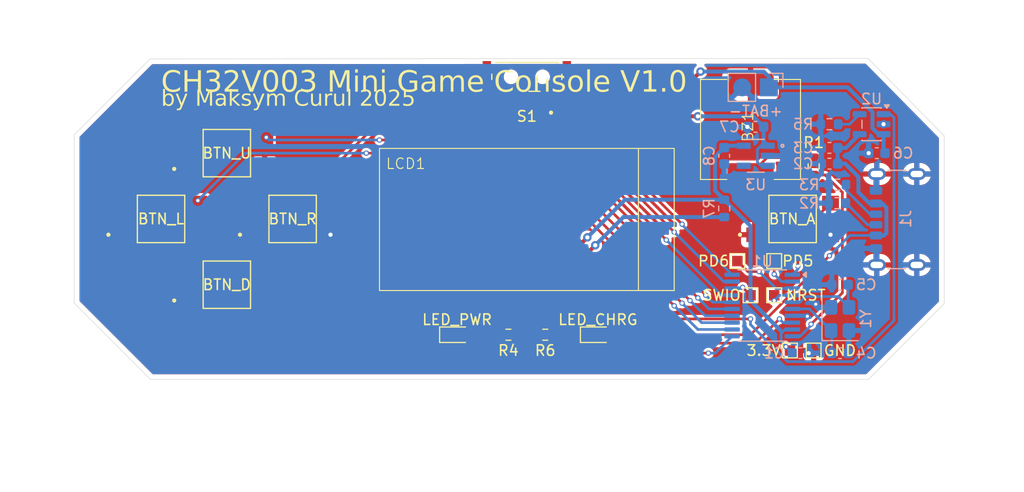
<source format=kicad_pcb>
(kicad_pcb (version 20241229) (generator "pcbnew") (generator_version "9.0")
  (layers (0 "F.Cu" signal) (2 "B.Cu" signal) (13 "F.Paste" user) (15 "B.Paste" user) (5 "F.SilkS" user "F.Silkscreen") (7 "B.SilkS" user "B.Silkscreen") (1 "F.Mask" user) (3 "B.Mask" user) (25 "Edge.Cuts" user))
  (net 0 "")
  (net 1 "Net-(BAT1-Pin_1)")
  (net 2 "GND")
  (net 3 "BTN_ACTION")
  (net 4 "BTN_DOWN")
  (net 5 "BTN_LEFT")
  (net 6 "BTN_RIGHT")
  (net 7 "BTN_UP")
  (net 8 "Net-(BZ1-+)")
  (net 9 "Net-(D1-A)")
  (net 10 "Net-(U3-INHIBIT)")
  (net 11 "+3.3V")
  (net 12 "Net-(U1-PA2)")
  (net 13 "Net-(U1-PA1)")
  (net 14 "Net-(D2-K)")
  (net 15 "Net-(D2-A)")
  (net 16 "Net-(J1-CC1)")
  (net 17 "Net-(J1-CC2)")
  (net 19 "DC")
  (net 20 "RS")
  (net 23 "CS")
  (net 24 "MOSI")
  (net 25 "SCK")
  (net 26 "Net-(LCD1-LEDA)")
  (net 27 "Net-(PD1-Pin_1)")
  (net 28 "Net-(PD2-Pin_1)")
  (net 29 "NRST")
  (net 30 "SWIO")
  (net 31 "BUZZ")
  (net 32 "Net-(U2-PROG)")
  (net 33 "Net-(U2-STAT)")
  (net 34 "Net-(U1-PD0)")
  (footprint "st7735:st7735_footprintv1" (layer "F.Cu") (at 150.5 81.5 180)
    (property "Reference" "LCD1" (at 15.5 7 0) (layer "F.SilkS") (effects (font (thickness 0.1))))
    (property "Value" "ST7735")
    (pad "1" smd roundrect (at 1 5.85 180) (size 3 0.35) (layers "F.Cu" "F.Mask" "F.Paste") (roundrect_rratio 0.15))
    (pad "2" smd roundrect (at 1 5.15 180) (size 3 0.35) (layers "F.Cu" "F.Mask" "F.Paste") (roundrect_rratio 0.15))
    (pad "3" smd roundrect (at 1 4.45 180) (size 3 0.35) (layers "F.Cu" "F.Mask" "F.Paste") (roundrect_rratio 0.15) (net 24 "MOSI"))
    (pad "4" smd roundrect (at 1 3.75 180) (size 3 0.35) (layers "F.Cu" "F.Mask" "F.Paste") (roundrect_rratio 0.15) (net 25 "SCK"))
    (pad "5" smd roundrect (at 1 3.05 180) (size 3 0.35) (layers "F.Cu" "F.Mask" "F.Paste") (roundrect_rratio 0.15) (net 19 "DC"))
    (pad "6" smd roundrect (at 1 2.35 180) (size 3 0.35) (layers "F.Cu" "F.Mask" "F.Paste") (roundrect_rratio 0.15) (net 20 "RS"))
    (pad "7" smd roundrect (at 1 1.65 180) (size 3 0.35) (layers "F.Cu" "F.Mask" "F.Paste") (roundrect_rratio 0.15) (net 23 "CS"))
    (pad "8" smd roundrect (at 1 0.95 180) (size 3 0.35) (layers "F.Cu" "F.Mask" "F.Paste") (roundrect_rratio 0.15) (net 2 "GND"))
    (pad "9" smd roundrect (at 1 0.25 180) (size 3 0.35) (layers "F.Cu" "F.Mask" "F.Paste") (roundrect_rratio 0.15))
    (pad "10" smd roundrect (at 1 -0.45 180) (size 3 0.35) (layers "F.Cu" "F.Mask" "F.Paste") (roundrect_rratio 0.15) (net 11 "+3.3V"))
    (pad "11" smd roundrect (at 1 -1.15 180) (size 3 0.35) (layers "F.Cu" "F.Mask" "F.Paste") (roundrect_rratio 0.15) (net 2 "GND"))
    (pad "12" smd roundrect (at 1 -1.85 180) (size 3 0.35) (layers "F.Cu" "F.Mask" "F.Paste") (roundrect_rratio 0.15) (net 26 "Net-(LCD1-LEDA)"))
    (pad "13" smd roundrect (at 1 -2.55 180) (size 3 0.35) (layers "F.Cu" "F.Mask" "F.Paste") (roundrect_rratio 0.15) (net 2 "GND"))
  )
  (footprint "footprints:SW_TL3305AF160QG" (layer "F.Cu") (at 111.75 79.75)
    (property "Reference" "BTN_L" (at 0 0 0) (layer "F.SilkS"))
    (property "Value" "TL3305AF160QG")
    (pad "1" smd rect (at -3.6 1.5) (size 1.6 1.4) (layers "F.Cu" "F.Mask" "F.Paste") (net 2 "GND"))
    (pad "2" smd rect (at 3.6 1.5) (size 1.6 1.4) (layers "F.Cu" "F.Mask" "F.Paste") (net 2 "GND"))
    (pad "3" smd rect (at -3.6 -1.5) (size 1.6 1.4) (layers "F.Cu" "F.Mask" "F.Paste") (net 5 "BTN_LEFT"))
    (pad "4" smd rect (at 3.6 -1.5) (size 1.6 1.4) (layers "F.Cu" "F.Mask" "F.Paste") (net 5 "BTN_LEFT"))
  )
  (footprint "footprints:SW_TL3305AF160QG" (layer "F.Cu") (at 124.25 79.75)
    (property "Reference" "BTN_R" (at 0 0 0) (layer "F.SilkS"))
    (property "Value" "TL3305AF160QG")
    (pad "1" smd rect (at -3.6 1.5) (size 1.6 1.4) (layers "F.Cu" "F.Mask" "F.Paste") (net 2 "GND"))
    (pad "2" smd rect (at 3.6 1.5) (size 1.6 1.4) (layers "F.Cu" "F.Mask" "F.Paste") (net 2 "GND"))
    (pad "3" smd rect (at -3.6 -1.5) (size 1.6 1.4) (layers "F.Cu" "F.Mask" "F.Paste") (net 6 "BTN_RIGHT"))
    (pad "4" smd rect (at 3.6 -1.5) (size 1.6 1.4) (layers "F.Cu" "F.Mask" "F.Paste") (net 6 "BTN_RIGHT"))
  )
  (footprint "LED_SMD:LED_0603_1608Metric_Pad1.05x0.95mm_HandSolder" (layer "F.Cu") (at 153.25 90.75)
    (property "Reference" "LED_CHRG" (at 0 -1.43 0) (layer "F.SilkS"))
    (property "Value" "LED_CHRG")
    (pad "1" smd roundrect (at -0.875 0) (size 1.05 0.95) (layers "F.Cu" "F.Mask" "F.Paste") (net 14 "Net-(D2-K)"))
    (pad "2" smd roundrect (at 0.875 0) (size 1.05 0.95) (layers "F.Cu" "F.Mask" "F.Paste") (net 15 "Net-(D2-A)"))
  )
  (footprint "TestPoint:TestPoint_Pad_1.0x1.0mm" (layer "F.Cu") (at 166.5 83.75)
    (property "Reference" "PD6" (at -2.25 0 0) (layer "F.SilkS"))
    (property "Value" "Conn_01x01")
    (pad "1" smd rect (at 0 0) (size 1 1) (layers "F.Cu" "F.Mask") (net 28 "Net-(PD2-Pin_1)"))
  )
  (footprint "TestPoint:TestPoint_Pad_1.0x1.0mm" (layer "F.Cu") (at 170 87)
    (property "Reference" "NRST" (at 3 0 0) (layer "F.SilkS"))
    (property "Value" "Conn_01x01")
    (pad "1" smd rect (at 0 0) (size 1 1) (layers "F.Cu" "F.Mask") (net 29 "NRST"))
  )
  (footprint "footprints:SW_TL3305AF160QG" (layer "F.Cu") (at 171.75 79.75)
    (property "Reference" "BTN_A" (at -0.05 0 0) (layer "F.SilkS"))
    (property "Value" "TL3305AF160QG")
    (pad "1" smd rect (at -3.6 1.5) (size 1.6 1.4) (layers "F.Cu" "F.Mask" "F.Paste") (net 2 "GND"))
    (pad "2" smd rect (at 3.6 1.5) (size 1.6 1.4) (layers "F.Cu" "F.Mask" "F.Paste") (net 2 "GND"))
    (pad "3" smd rect (at -3.6 -1.5) (size 1.6 1.4) (layers "F.Cu" "F.Mask" "F.Paste") (net 3 "BTN_ACTION"))
    (pad "4" smd rect (at 3.6 -1.5) (size 1.6 1.4) (layers "F.Cu" "F.Mask" "F.Paste") (net 3 "BTN_ACTION"))
  )
  (footprint "TestPoint:TestPoint_Pad_1.0x1.0mm" (layer "F.Cu") (at 173.75 92.25)
    (property "Reference" "GND" (at 2.5 0 0) (layer "F.SilkS"))
    (property "Value" "Conn_01x01")
    (pad "1" smd rect (at 0 0) (size 1 1) (layers "F.Cu" "F.Mask") (net 2 "GND"))
  )
  (footprint "footprints:SW_TL3305AF160QG" (layer "F.Cu") (at 118 73.5)
    (property "Reference" "BTN_U" (at 0 0 0) (layer "F.SilkS"))
    (property "Value" "TL3305AF160QG")
    (pad "1" smd rect (at -3.6 1.5) (size 1.6 1.4) (layers "F.Cu" "F.Mask" "F.Paste") (net 2 "GND"))
    (pad "2" smd rect (at 3.6 1.5) (size 1.6 1.4) (layers "F.Cu" "F.Mask" "F.Paste") (net 2 "GND"))
    (pad "3" smd rect (at -3.6 -1.5) (size 1.6 1.4) (layers "F.Cu" "F.Mask" "F.Paste") (net 7 "BTN_UP"))
    (pad "4" smd rect (at 3.6 -1.5) (size 1.6 1.4) (layers "F.Cu" "F.Mask" "F.Paste") (net 7 "BTN_UP"))
  )
  (footprint "buzzer:buzz9mm" (layer "F.Cu") (at 168 71 90)
    (property "Reference" "BZ1" (at 0 -0.5 90) (layer "F.SilkS") (effects (font (thickness 0.1))))
    (property "Value" "Buzzer")
    (pad "1" smd roundrect (at -4.5 -0.25 90) (size 2.1 4.4) (layers "F.Cu" "F.Mask" "F.Paste") (roundrect_rratio 0.15) (net 8 "Net-(BZ1-+)"))
    (pad "2" smd roundrect (at 4 -0.25 90) (size 2.1 4.4) (layers "F.Cu" "F.Mask" "F.Paste") (roundrect_rratio 0.15) (net 2 "GND"))
  )
  (footprint "TestPoint:TestPoint_Pad_1.0x1.0mm" (layer "F.Cu") (at 171.5 92.25)
    (property "Reference" "3.3V" (at -2.5 0 0) (layer "F.SilkS"))
    (property "Value" "Conn_01x01")
    (pad "1" smd rect (at 0 0) (size 1 1) (layers "F.Cu" "F.Mask") (net 11 "+3.3V"))
  )
  (footprint "footprints:SW_SLW-66527511-SMT-TR" (layer "F.Cu") (at 146.5 66.25 180)
    (property "Reference" "S1" (at 0 -3.75 0) (layer "F.SilkS"))
    (property "Value" "SLW-66527511-SMT-TR")
    (pad "" np_thru_hole circle (at -1.5 0 180) (size 0.9 0.9) (drill 0.9) (layers "*.Cu" "*.Mask"))
    (pad "" np_thru_hole circle (at 1.5 0 180) (size 0.9 0.9) (drill 0.9) (layers "*.Cu" "*.Mask"))
    (pad "1" smd rect (at -2.25 -2.075 180) (size 0.9 1.25) (layers "F.Cu" "F.Mask" "F.Paste"))
    (pad "2" smd rect (at 0.75 -2.075 180) (size 0.9 1.25) (layers "F.Cu" "F.Mask" "F.Paste") (net 1 "Net-(BAT1-Pin_1)"))
    (pad "3" smd rect (at 2.25 -2.075 180) (size 0.9 1.25) (layers "F.Cu" "F.Mask" "F.Paste") (net 10 "Net-(U3-INHIBIT)"))
    (pad "SH1" smd rect (at -3.8 -1.05 180) (size 0.8 0.9) (layers "F.Cu" "F.Mask" "F.Paste"))
    (pad "SH2" smd rect (at 3.8 -1.05 180) (size 0.8 0.9) (layers "F.Cu" "F.Mask" "F.Paste"))
    (pad "SH3" smd rect (at -3.8 1.05 180) (size 0.8 0.9) (layers "F.Cu" "F.Mask" "F.Paste"))
    (pad "SH4" smd rect (at 3.8 1.05 180) (size 0.8 0.9) (layers "F.Cu" "F.Mask" "F.Paste"))
  )
  (footprint "LED_SMD:LED_0603_1608Metric_Pad1.05x0.95mm_HandSolder" (layer "F.Cu") (at 139.875 90.75)
    (property "Reference" "LED_PWR" (at 0 -1.43 0) (layer "F.SilkS"))
    (property "Value" "LED_PWR")
    (pad "1" smd roundrect (at -0.875 0) (size 1.05 0.95) (layers "F.Cu" "F.Mask" "F.Paste") (net 2 "GND"))
    (pad "2" smd roundrect (at 0.875 0) (size 1.05 0.95) (layers "F.Cu" "F.Mask" "F.Paste") (net 9 "Net-(D1-A)"))
  )
  (footprint "TestPoint:TestPoint_Pad_1.0x1.0mm" (layer "F.Cu") (at 170 83.75)
    (property "Reference" "PD5" (at 2.25 0 0) (layer "F.SilkS"))
    (property "Value" "Conn_01x01")
    (pad "1" smd rect (at 0 0) (size 1 1) (layers "F.Cu" "F.Mask") (net 27 "Net-(PD1-Pin_1)"))
  )
  (footprint "Resistor_SMD:R_0603_1608Metric" (layer "F.Cu") (at 144.75 90.75 180)
    (property "Reference" "R4" (at 0 -1.5 0) (layer "F.SilkS"))
    (property "Value" "220")
    (pad "1" smd roundrect (at -0.825 0 180) (size 0.8 0.95) (layers "F.Cu" "F.Mask" "F.Paste") (net 34 "Net-(U1-PD0)"))
    (pad "2" smd roundrect (at 0.825 0 180) (size 0.8 0.95) (layers "F.Cu" "F.Mask" "F.Paste") (net 9 "Net-(D1-A)"))
  )
  (footprint "Resistor_SMD:R_0603_1608Metric" (layer "F.Cu") (at 148.25 90.75)
    (property "Reference" "R6" (at 0 1.5 0) (layer "F.SilkS"))
    (property "Value" "470")
    (pad "1" smd roundrect (at -0.825 0) (size 0.8 0.95) (layers "F.Cu" "F.Mask" "F.Paste") (net 33 "Net-(U2-STAT)"))
    (pad "2" smd roundrect (at 0.825 0) (size 0.8 0.95) (layers "F.Cu" "F.Mask" "F.Paste") (net 14 "Net-(D2-K)"))
  )
  (footprint "footprints:SW_TL3305AF160QG" (layer "F.Cu") (at 118 86)
    (property "Reference" "BTN_D" (at 0 0 0) (layer "F.SilkS"))
    (property "Value" "TL3305AF160QG")
    (pad "1" smd rect (at -3.6 1.5) (size 1.6 1.4) (layers "F.Cu" "F.Mask" "F.Paste") (net 2 "GND"))
    (pad "2" smd rect (at 3.6 1.5) (size 1.6 1.4) (layers "F.Cu" "F.Mask" "F.Paste") (net 2 "GND"))
    (pad "3" smd rect (at -3.6 -1.5) (size 1.6 1.4) (layers "F.Cu" "F.Mask" "F.Paste") (net 4 "BTN_DOWN"))
    (pad "4" smd rect (at 3.6 -1.5) (size 1.6 1.4) (layers "F.Cu" "F.Mask" "F.Paste") (net 4 "BTN_DOWN"))
  )
  (footprint "Resistor_SMD:R_0603_1608Metric" (layer "F.Cu") (at 173.75 74.75 90)
    (property "Reference" "R1" (at 2.25 0 180) (layer "F.SilkS"))
    (property "Value" "R_buzz")
    (pad "1" smd roundrect (at -0.825 0 90) (size 0.8 0.95) (layers "F.Cu" "F.Mask" "F.Paste") (net 31 "BUZZ"))
    (pad "2" smd roundrect (at 0.825 0 90) (size 0.8 0.95) (layers "F.Cu" "F.Mask" "F.Paste") (net 8 "Net-(BZ1-+)"))
  )
  (footprint "TestPoint:TestPoint_Pad_1.0x1.0mm" (layer "F.Cu") (at 167.75 87)
    (property "Reference" "SWIO" (at -2.75 0 0) (layer "F.SilkS"))
    (property "Value" "Conn_01x01")
    (pad "1" smd rect (at 0 0) (size 1 1) (layers "F.Cu" "F.Mask") (net 30 "SWIO"))
  )
  (footprint "Package_TO_SOT_SMD:SOT-23-5" (layer "B.Cu") (at 179.25 70.75 180)
    (property "Reference" "U2" (at 0 2.4 0) (layer "B.SilkS") (effects (justify mirror)))
    (property "Value" "MCP73831-2-OT")
    (pad "1" smd roundrect (at -1.1375 0.95 180) (size 1.325 0.6) (layers "B.Cu" "B.Mask" "B.Paste") (net 33 "Net-(U2-STAT)"))
    (pad "2" smd roundrect (at -1.1375 0 180) (size 1.325 0.6) (layers "B.Cu" "B.Mask" "B.Paste") (net 2 "GND"))
    (pad "3" smd roundrect (at -1.1375 -0.95 180) (size 1.325 0.6) (layers "B.Cu" "B.Mask" "B.Paste") (net 1 "Net-(BAT1-Pin_1)"))
    (pad "4" smd roundrect (at 1.1375 -0.95 180) (size 1.325 0.6) (layers "B.Cu" "B.Mask" "B.Paste") (net 15 "Net-(D2-A)"))
    (pad "5" smd roundrect (at 1.1375 0.95 180) (size 1.325 0.6) (layers "B.Cu" "B.Mask" "B.Paste") (net 32 "Net-(U2-PROG)"))
  )
  (footprint "footprints:SOT95P280X145-5N" (layer "B.Cu") (at 168.25 73.75 180)
    (property "Reference" "U3" (at 0 -2.75 0) (layer "B.SilkS") (effects (justify mirror)))
    (property "Value" "LD2980CM33TR")
    (pad "1" smd rect (at -1.145 0.95 180) (size 1.32 0.59) (layers "B.Cu" "B.Mask" "B.Paste") (net 10 "Net-(U3-INHIBIT)"))
    (pad "2" smd rect (at -1.145 0 180) (size 1.32 0.59) (layers "B.Cu" "B.Mask" "B.Paste") (net 2 "GND"))
    (pad "3" smd rect (at -1.145 -0.95 180) (size 1.32 0.59) (layers "B.Cu" "B.Mask" "B.Paste") (net 10 "Net-(U3-INHIBIT)"))
    (pad "4" smd rect (at 1.145 -0.95 180) (size 1.32 0.59) (layers "B.Cu" "B.Mask" "B.Paste"))
    (pad "5" smd rect (at 1.145 0.95 180) (size 1.32 0.59) (layers "B.Cu" "B.Mask" "B.Paste") (net 11 "+3.3V"))
  )
  (footprint "Capacitor_SMD:C_0603_1608Metric" (layer "B.Cu") (at 165.25 73.75 -90)
    (property "Reference" "C8" (at 0 1.43 90) (layer "B.SilkS") (effects (justify mirror)))
    (property "Value" "2.2u")
    (pad "1" smd roundrect (at -0.775 0 270) (size 0.9 0.95) (layers "B.Cu" "B.Mask" "B.Paste") (net 11 "+3.3V"))
    (pad "2" smd roundrect (at 0.775 0 270) (size 0.9 0.95) (layers "B.Cu" "B.Mask" "B.Paste") (net 2 "GND"))
  )
  (footprint "Capacitor_SMD:C_0603_1608Metric" (layer "B.Cu") (at 172.5 92.5)
    (property "Reference" "C1" (at -2.5 0 0) (layer "B.SilkS") (effects (justify mirror)))
    (property "Value" "100n")
    (pad "1" smd roundrect (at -0.775 0) (size 0.9 0.95) (layers "B.Cu" "B.Mask" "B.Paste") (net 11 "+3.3V"))
    (pad "2" smd roundrect (at 0.775 0) (size 0.9 0.95) (layers "B.Cu" "B.Mask" "B.Paste") (net 2 "GND"))
  )
  (footprint "Connector_PinSocket_2.54mm:PinSocket_1x02_P2.54mm_Vertical" (layer "B.Cu") (at 169.5 67.25 90)
    (property "Reference" "+BAT-" (at -2.25 -1.25 0) (layer "B.SilkS") (effects (justify mirror)))
    (property "Value" "BAT")
    (pad "1" smd rect (at 0 0 90) (size 1.7 1.7) (layers "B.Cu" "B.Mask" "B.Paste") (net 1 "Net-(BAT1-Pin_1)"))
    (pad "2" smd circle (at 0 -2.54 90) (size 1.7 1.7) (layers "B.Cu" "B.Mask" "B.Paste") (net 2 "GND"))
  )
  (footprint "Capacitor_SMD:C_0603_1608Metric" (layer "B.Cu") (at 176.25 86 180)
    (property "Reference" "C5" (at -2.5 0 0) (layer "B.SilkS") (effects (justify mirror)))
    (property "Value" "10p")
    (pad "1" smd roundrect (at -0.775 0 180) (size 0.9 0.95) (layers "B.Cu" "B.Mask" "B.Paste") (net 13 "Net-(U1-PA1)"))
    (pad "2" smd roundrect (at 0.775 0 180) (size 0.9 0.95) (layers "B.Cu" "B.Mask" "B.Paste") (net 2 "GND"))
  )
  (footprint "Capacitor_SMD:C_0603_1608Metric" (layer "B.Cu") (at 168.225 71 180)
    (property "Reference" "C7" (at 2.475 0 0) (layer "B.SilkS") (effects (justify mirror)))
    (property "Value" "1u")
    (pad "1" smd roundrect (at -0.775 0 180) (size 0.9 0.95) (layers "B.Cu" "B.Mask" "B.Paste") (net 10 "Net-(U3-INHIBIT)"))
    (pad "2" smd roundrect (at 0.775 0 180) (size 0.9 0.95) (layers "B.Cu" "B.Mask" "B.Paste") (net 2 "GND"))
  )
  (footprint "Package_SO:TSSOP-20_4.4x6.5mm_P0.65mm" (layer "B.Cu") (at 168.8625 87.975 180)
    (property "Reference" "U1" (at 0 4.2 0) (layer "B.SilkS") (effects (justify mirror)))
    (property "Value" "CH32V003FxPx")
    (pad "1" smd roundrect (at -2.8625 2.925 180) (size 1.475 0.4) (layers "B.Cu" "B.Mask" "B.Paste") (net 3 "BTN_ACTION"))
    (pad "2" smd roundrect (at -2.8625 2.275 180) (size 1.475 0.4) (layers "B.Cu" "B.Mask" "B.Paste") (net 27 "Net-(PD1-Pin_1)"))
    (pad "3" smd roundrect (at -2.8625 1.625 180) (size 1.475 0.4) (layers "B.Cu" "B.Mask" "B.Paste") (net 28 "Net-(PD2-Pin_1)"))
    (pad "4" smd roundrect (at -2.8625 0.975 180) (size 1.475 0.4) (layers "B.Cu" "B.Mask" "B.Paste") (net 29 "NRST"))
    (pad "5" smd roundrect (at -2.8625 0.325 180) (size 1.475 0.4) (layers "B.Cu" "B.Mask" "B.Paste") (net 13 "Net-(U1-PA1)"))
    (pad "6" smd roundrect (at -2.8625 -0.325 180) (size 1.475 0.4) (layers "B.Cu" "B.Mask" "B.Paste") (net 12 "Net-(U1-PA2)"))
    (pad "7" smd roundrect (at -2.8625 -0.975 180) (size 1.475 0.4) (layers "B.Cu" "B.Mask" "B.Paste") (net 2 "GND"))
    (pad "8" smd roundrect (at -2.8625 -1.625 180) (size 1.475 0.4) (layers "B.Cu" "B.Mask" "B.Paste") (net 34 "Net-(U1-PD0)"))
    (pad "9" smd roundrect (at -2.8625 -2.275 180) (size 1.475 0.4) (layers "B.Cu" "B.Mask" "B.Paste") (net 11 "+3.3V"))
    (pad "10" smd roundrect (at -2.8625 -2.925 180) (size 1.475 0.4) (layers "B.Cu" "B.Mask" "B.Paste") (net 31 "BUZZ"))
    (pad "11" smd roundrect (at 2.8625 -2.925 180) (size 1.475 0.4) (layers "B.Cu" "B.Mask" "B.Paste") (net 4 "BTN_DOWN"))
    (pad "12" smd roundrect (at 2.8625 -2.275 180) (size 1.475 0.4) (layers "B.Cu" "B.Mask" "B.Paste") (net 23 "CS"))
    (pad "13" smd roundrect (at 2.8625 -1.625 180) (size 1.475 0.4) (layers "B.Cu" "B.Mask" "B.Paste") (net 20 "RS"))
    (pad "14" smd roundrect (at 2.8625 -0.975 180) (size 1.475 0.4) (layers "B.Cu" "B.Mask" "B.Paste") (net 19 "DC"))
    (pad "15" smd roundrect (at 2.8625 -0.325 180) (size 1.475 0.4) (layers "B.Cu" "B.Mask" "B.Paste") (net 25 "SCK"))
    (pad "16" smd roundrect (at 2.8625 0.325 180) (size 1.475 0.4) (layers "B.Cu" "B.Mask" "B.Paste") (net 24 "MOSI"))
    (pad "17" smd roundrect (at 2.8625 0.975 180) (size 1.475 0.4) (layers "B.Cu" "B.Mask" "B.Paste") (net 5 "BTN_LEFT"))
    (pad "18" smd roundrect (at 2.8625 1.625 180) (size 1.475 0.4) (layers "B.Cu" "B.Mask" "B.Paste") (net 30 "SWIO"))
    (pad "19" smd roundrect (at 2.8625 2.275 180) (size 1.475 0.4) (layers "B.Cu" "B.Mask" "B.Paste") (net 7 "BTN_UP"))
    (pad "20" smd roundrect (at 2.8625 2.925 180) (size 1.475 0.4) (layers "B.Cu" "B.Mask" "B.Paste") (net 6 "BTN_RIGHT"))
  )
  (footprint "Capacitor_SMD:C_0603_1608Metric" (layer "B.Cu") (at 179.75 73.5 180)
    (property "Reference" "C6" (at -2.5 0 0) (layer "B.SilkS") (effects (justify mirror)))
    (property "Value" "4.7u")
    (pad "1" smd roundrect (at -0.775 0 180) (size 0.9 0.95) (layers "B.Cu" "B.Mask" "B.Paste") (net 1 "Net-(BAT1-Pin_1)"))
    (pad "2" smd roundrect (at 0.775 0 180) (size 0.9 0.95) (layers "B.Cu" "B.Mask" "B.Paste") (net 2 "GND"))
  )
  (footprint "Resistor_SMD:R_0603_1608Metric" (layer "B.Cu") (at 175.25 70.75)
    (property "Reference" "R5" (at -2.5 0 0) (layer "B.SilkS") (effects (justify mirror)))
    (property "Value" "R_prog")
    (pad "1" smd roundrect (at -0.825 0) (size 0.8 0.95) (layers "B.Cu" "B.Mask" "B.Paste") (net 2 "GND"))
    (pad "2" smd roundrect (at 0.825 0) (size 0.8 0.95) (layers "B.Cu" "B.Mask" "B.Paste") (net 32 "Net-(U2-PROG)"))
  )
  (footprint "Crystal:Crystal_SMD_3225-4Pin_3.2x2.5mm" (layer "B.Cu") (at 176.25 89.25 90)
    (property "Reference" "Y1" (at 0 2.45 90) (layer "B.SilkS") (effects (justify mirror)))
    (property "Value" "24MHz")
    (pad "1" smd roundrect (at -1.1 -0.85 90) (size 1.4 1.2) (layers "B.Cu" "B.Mask" "B.Paste") (roundrect_rratio 0.208333) (net 12 "Net-(U1-PA2)"))
    (pad "2" smd roundrect (at 1.1 -0.85 90) (size 1.4 1.2) (layers "B.Cu" "B.Mask" "B.Paste") (roundrect_rratio 0.208333) (net 2 "GND"))
    (pad "3" smd roundrect (at 1.1 0.85 90) (size 1.4 1.2) (layers "B.Cu" "B.Mask" "B.Paste") (roundrect_rratio 0.208333) (net 13 "Net-(U1-PA1)"))
    (pad "4" smd roundrect (at -1.1 0.85 90) (size 1.4 1.2) (layers "B.Cu" "B.Mask" "B.Paste") (roundrect_rratio 0.208333) (net 2 "GND"))
  )
  (footprint "Capacitor_SMD:C_0603_1608Metric" (layer "B.Cu") (at 175.25 74.5 180)
    (property "Reference" "C2" (at 2.5 0 0) (layer "B.SilkS") (effects (justify mirror)))
    (property "Value" "4.7u")
    (pad "1" smd roundrect (at -0.775 0 180) (size 0.9 0.95) (layers "B.Cu" "B.Mask" "B.Paste") (net 15 "Net-(D2-A)"))
    (pad "2" smd roundrect (at 0.775 0 180) (size 0.9 0.95) (layers "B.Cu" "B.Mask" "B.Paste") (net 2 "GND"))
  )
  (footprint "Capacitor_SMD:C_0603_1608Metric" (layer "B.Cu") (at 175.25 73 180)
    (property "Reference" "C3" (at 2.5 0 0) (layer "B.SilkS") (effects (justify mirror)))
    (property "Value" "100n")
    (pad "1" smd roundrect (at -0.775 0 180) (size 0.9 0.95) (layers "B.Cu" "B.Mask" "B.Paste") (net 15 "Net-(D2-A)"))
    (pad "2" smd roundrect (at 0.775 0 180) (size 0.9 0.95) (layers "B.Cu" "B.Mask" "B.Paste") (net 2 "GND"))
  )
  (footprint "Capacitor_SMD:C_0603_1608Metric" (layer "B.Cu") (at 176.25 92.5)
    (property "Reference" "C4" (at 2.5 0 0) (layer "B.SilkS") (effects (justify mirror)))
    (property "Value" "10p")
    (pad "1" smd roundrect (at -0.775 0) (size 0.9 0.95) (layers "B.Cu" "B.Mask" "B.Paste") (net 12 "Net-(U1-PA2)"))
    (pad "2" smd roundrect (at 0.775 0) (size 0.9 0.95) (layers "B.Cu" "B.Mask" "B.Paste") (net 2 "GND"))
  )
  (footprint "Resistor_SMD:R_0603_1608Metric" (layer "B.Cu") (at 176 76.5 180)
    (property "Reference" "R3" (at 2.675 0 0) (layer "B.SilkS") (effects (justify mirror)))
    (property "Value" "5.1k")
    (pad "1" smd roundrect (at -0.825 0 180) (size 0.8 0.95) (layers "B.Cu" "B.Mask" "B.Paste") (net 16 "Net-(J1-CC1)"))
    (pad "2" smd roundrect (at 0.825 0 180) (size 0.8 0.95) (layers "B.Cu" "B.Mask" "B.Paste") (net 2 "GND"))
  )
  (footprint "Connector_USB:USB_C_Receptacle_GCT_USB4125-xx-x-0190_6P_TopMnt_Horizontal" (layer "B.Cu") (at 182.75 79.8 -90)
    (property "Reference" "J1" (at -0.05 0.25 90) (layer "B.SilkS") (effects (justify mirror)))
    (property "Value" "USB_C_6P")
    (pad "A5" smd roundrect (at -0.5 3.08 270) (size 0.7 1.2) (layers "B.Cu" "B.Mask" "B.Paste") (net 16 "Net-(J1-CC1)"))
    (pad "A9" smd roundrect (at 1.52 3.08 90) (size 0.76 1.2) (layers "B.Cu" "B.Mask" "B.Paste") (net 15 "Net-(D2-A)"))
    (pad "A12" smd roundrect (at 2.75 3.08 90) (size 0.8 1.2) (layers "B.Cu" "B.Mask" "B.Paste") (net 2 "GND"))
    (pad "B5" smd roundrect (at 0.5 3.08 90) (size 0.7 1.2) (layers "B.Cu" "B.Mask" "B.Paste") (net 17 "Net-(J1-CC2)"))
    (pad "B9" smd roundrect (at -1.52 3.08 270) (size 0.76 1.2) (layers "B.Cu" "B.Mask" "B.Paste") (net 15 "Net-(D2-A)"))
    (pad "B12" smd roundrect (at -2.75 3.08 270) (size 0.8 1.2) (layers "B.Cu" "B.Mask" "B.Paste") (net 2 "GND"))
    (pad "S1" thru_hole oval (at -4.32 -0.8 270) (size 1.1 1.7) (drill oval 0.6 1.2) (property pad_prop_heatsink) (layers "*.Cu" "*.Mask" "B.Paste") (net 2 "GND"))
    (pad "S1" thru_hole oval (at -4.32 3 270) (size 1.1 1.7) (drill oval 0.6 1.2) (property pad_prop_heatsink) (layers "*.Cu" "*.Mask" "B.Paste") (net 2 "GND"))
    (pad "S1" thru_hole oval (at 4.32 -0.8 270) (size 1.1 1.7) (drill oval 0.6 1.2) (property pad_prop_heatsink) (layers "*.Cu" "*.Mask" "B.Paste") (net 2 "GND"))
    (pad "S1" thru_hole oval (at 4.32 3 270) (size 1.1 1.7) (drill oval 0.6 1.2) (property pad_prop_heatsink) (layers "*.Cu" "*.Mask" "B.Paste") (net 2 "GND"))
  )
  (footprint "Resistor_SMD:R_0603_1608Metric" (layer "B.Cu") (at 165.25 78.75 -90)
    (property "Reference" "R7" (at 0 1.43 90) (layer "B.SilkS") (effects (justify mirror)))
    (property "Value" "R_lcd")
    (pad "1" smd roundrect (at -0.825 0 270) (size 0.8 0.95) (layers "B.Cu" "B.Mask" "B.Paste") (net 11 "+3.3V"))
    (pad "2" smd roundrect (at 0.825 0 270) (size 0.8 0.95) (layers "B.Cu" "B.Mask" "B.Paste") (net 26 "Net-(LCD1-LEDA)"))
  )
  (footprint "Resistor_SMD:R_0603_1608Metric" (layer "B.Cu") (at 176 78.25 180)
    (property "Reference" "R2" (at 2.675 0 0) (layer "B.SilkS") (effects (justify mirror)))
    (property "Value" "5.1k")
    (pad "1" smd roundrect (at -0.825 0 180) (size 0.8 0.95) (layers "B.Cu" "B.Mask" "B.Paste") (net 17 "Net-(J1-CC2)"))
    (pad "2" smd roundrect (at 0.825 0 180) (size 0.8 0.95) (layers "B.Cu" "B.Mask" "B.Paste") (net 2 "GND"))
  )
  (gr_poly (pts (xy 103.5 71.75) (xy 110.7 64.55) (xy 178.9 64.5) (xy 186.15 71.85) (xy 186.15 87.8) (xy 178.95 95) (xy 110.75 95) (xy 103.5 87.75)) (stroke (width 0.05)) (fill no) (layer "Edge.Cuts"))
  (gr_text "CH32V003 Mini Game Console V1.0" (at 111.75 68 0) (layer "F.SilkS") (effects (font (size 2 2) (thickness 0.1)) (justify left bottom)))
  (gr_text "by Maksym Curul 2025\n" (at 111.75 69.25 0) (layer "F.SilkS") (effects (font (size 1.5 1.5) (thickness 0.1)) (justify left bottom)))
  (segment (start 146.7665 69.3415) (end 159.4085 69.3415) (width 0.381) (layer "F.Cu") (net 1))
  (segment (start 159.4085 69.3415) (end 163 65.75) (width 0.381) (layer "F.Cu") (net 1))
  (segment (start 145.75 68.325) (end 146.7665 69.3415) (width 0.381) (layer "F.Cu") (net 1))
  (via (at 163 65.75) (size 0.8) (drill 0.4) (layers "F.Cu" "B.Cu") (net 1))
  (segment (start 180.3875 71.7) (end 180.3875 73.3625) (width 0.381) (layer "B.Cu") (net 1))
  (segment (start 180.3875 73.3625) (end 180.525 73.5) (width 0.381) (layer "B.Cu") (net 1))
  (segment (start 179.905046 71.7) (end 179.3335 71.128454) (width 0.381) (layer "B.Cu") (net 1))
  (segment (start 176.994954 67.25) (end 169.5 67.25) (width 0.381) (layer "B.Cu") (net 1))
  (segment (start 169.5 66.25) (end 169.5 67.25) (width 0.381) (layer "B.Cu") (net 1))
  (segment (start 180.3875 71.7) (end 179.905046 71.7) (width 0.381) (layer "B.Cu") (net 1))
  (segment (start 163 65.75) (end 169 65.75) (width 0.381) (layer "B.Cu") (net 1))
  (segment (start 179.3335 69.588546) (end 176.994954 67.25) (width 0.381) (layer "B.Cu") (net 1))
  (segment (start 169 65.75) (end 169.5 66.25) (width 0.381) (layer "B.Cu") (net 1))
  (segment (start 179.3335 71.128454) (end 179.3335 69.588546) (width 0.381) (layer "B.Cu") (net 1))
  (via (at 127.85 81.25) (size 0.8) (drill 0.4) (layers "F.Cu" "B.Cu") (net 2))
  (via (at 167.45 71) (size 0.8) (drill 0.4) (layers "F.Cu" "B.Cu") (net 2))
  (via (at 173.15 89) (size 0.5) (drill 0.3) (layers "F.Cu" "B.Cu") (net 2))
  (via (at 173.95 87.85) (size 0.5) (drill 0.3) (layers "F.Cu" "B.Cu") (net 2))
  (via (at 175.35 81.25) (size 0.8) (drill 0.4) (layers "F.Cu" "B.Cu") (net 2))
  (via (at 180.3875 70.75) (size 0.8) (drill 0.4) (layers "F.Cu" "B.Cu") (net 2))
  (via (at 178.975 73.5) (size 0.8) (drill 0.4) (layers "F.Cu" "B.Cu") (net 2))
  (via (at 173.275 92.5) (size 0.8) (drill 0.4) (layers "F.Cu" "B.Cu") (net 2))
  (segment (start 168.15 78.25) (end 175.35 78.25) (width 0.254) (layer "F.Cu") (net 3))
  (segment (start 172.25 81.35) (end 175.35 78.25) (width 0.254) (layer "F.Cu") (net 3))
  (segment (start 172.25 84.25) (end 172.25 81.35) (width 0.254) (layer "F.Cu") (net 3))
  (via (at 172.25 84.25) (size 0.5) (drill 0.3) (layers "F.Cu" "B.Cu") (net 3))
  (segment (start 172.25 84.525) (end 172.25 84.25) (width 0.254) (layer "B.Cu") (net 3))
  (segment (start 171.725 85.05) (end 172.25 84.525) (width 0.254) (layer "B.Cu") (net 3))
  (segment (start 121.6 84.5) (end 114.4 84.5) (width 0.254) (layer "F.Cu") (net 4))
  (segment (start 163.75 92.5) (end 129.6 92.5) (width 0.254) (layer "F.Cu") (net 4))
  (segment (start 129.6 92.5) (end 121.6 84.5) (width 0.254) (layer "F.Cu") (net 4))
  (via (at 163.75 92.5) (size 0.5) (drill 0.3) (layers "F.Cu" "B.Cu") (net 4))
  (segment (start 166 90.9) (end 164.4 92.5) (width 0.254) (layer "B.Cu") (net 4))
  (segment (start 164.4 92.5) (end 163.75 92.5) (width 0.254) (layer "B.Cu") (net 4))
  (segment (start 115 78.25) (end 108.15 78.25) (width 0.254) (layer "F.Cu") (net 5))
  (segment (start 151.5 73.5) (end 131.25 73.5) (width 0.254) (layer "F.Cu") (net 5))
  (segment (start 115.25 78) (end 115 78.25) (width 0.254) (layer "F.Cu") (net 5))
  (segment (start 158.5 80.5) (end 159.341292 81.341292) (width 0.254) (layer "F.Cu") (net 5))
  (segment (start 159.341292 81.341292) (end 159.75 81.75) (width 0.254) (layer "F.Cu") (net 5))
  (segment (start 158.5 80.5) (end 151.5 73.5) (width 0.254) (layer "F.Cu") (net 5))
  (via (at 131.25 73.5) (size 0.5) (drill 0.3) (layers "F.Cu" "B.Cu") (net 5))
  (via (at 159.75 81.75) (size 0.5) (drill 0.3) (layers "F.Cu" "B.Cu") (net 5))
  (via (at 115.25 78) (size 0.5) (drill 0.3) (layers "F.Cu" "B.Cu") (net 5))
  (segment (start 131.25 73.5) (end 119.75 73.5) (width 0.254) (layer "B.Cu") (net 5))
  (segment (start 165 87) (end 166 87) (width 0.254) (layer "B.Cu") (net 5))
  (segment (start 119.75 73.5) (end 115.25 78) (width 0.254) (layer "B.Cu") (net 5))
  (segment (start 159.75 81.75) (end 165 87) (width 0.254) (layer "B.Cu") (net 5))
  (segment (start 127.85 78.25) (end 120.65 78.25) (width 0.254) (layer "F.Cu") (net 6))
  (segment (start 152 71) (end 132 71) (width 0.254) (layer "F.Cu") (net 6))
  (segment (start 161.25 80.25) (end 152 71) (width 0.254) (layer "F.Cu") (net 6))
  (segment (start 127.85 75.15) (end 127.85 78.25) (width 0.254) (layer "F.Cu") (net 6))
  (segment (start 132 71) (end 127.85 75.15) (width 0.254) (layer "F.Cu") (net 6))
  (via (at 161.25 80.25) (size 0.5) (drill 0.3) (layers "F.Cu" "B.Cu") (net 6))
  (segment (start 166 85.05) (end 161.25 80.3) (width 0.254) (layer "B.Cu") (net 6))
  (segment (start 161.25 80.3) (end 161.25 80.25) (width 0.254) (layer "B.Cu") (net 6))
  (segment (start 151.75 72.25) (end 132.5 72.25) (width 0.254) (layer "F.Cu") (net 7))
  (segment (start 121.75 72) (end 114.4 72) (width 0.254) (layer "F.Cu") (net 7))
  (segment (start 160.5 81) (end 151.75 72.25) (width 0.254) (layer "F.Cu") (net 7))
  (via (at 132.5 72.25) (size 0.5) (drill 0.3) (layers "F.Cu" "B.Cu") (net 7))
  (via (at 121.75 72) (size 0.5) (drill 0.3) (layers "F.Cu" "B.Cu") (net 7))
  (via (at 160.5 81) (size 0.5) (drill 0.3) (layers "F.Cu" "B.Cu") (net 7))
  (segment (start 132.5 72.25) (end 122 72.25) (width 0.254) (layer "B.Cu") (net 7))
  (segment (start 165.2 85.7) (end 160.5 81) (width 0.254) (layer "B.Cu") (net 7))
  (segment (start 166 85.7) (end 165.2 85.7) (width 0.254) (layer "B.Cu") (net 7))
  (segment (start 122 72.25) (end 121.75 72) (width 0.254) (layer "B.Cu") (net 7))
  (segment (start 168.25 76) (end 167.75 75.5) (width 0.254) (layer "F.Cu") (net 8))
  (segment (start 169.325 73.925) (end 167.75 75.5) (width 0.254) (layer "F.Cu") (net 8))
  (segment (start 173.75 73.925) (end 169.325 73.925) (width 0.254) (layer "F.Cu") (net 8))
  (segment (start 143.925 90.75) (end 140.75 90.75) (width 0.254) (layer "F.Cu") (net 9))
  (segment (start 144.25 68.325) (end 144.25 68.5) (width 0.381) (layer "F.Cu") (net 10))
  (segment (start 145.75 70) (end 162.75 70) (width 0.381) (layer "F.Cu") (net 10))
  (segment (start 144.25 68.5) (end 145.75 70) (width 0.381) (layer "F.Cu") (net 10))
  (via (at 162.75 70) (size 0.8) (drill 0.4) (layers "F.Cu" "B.Cu") (net 10))
  (segment (start 169 71) (end 169 72.405) (width 0.381) (layer "B.Cu") (net 10))
  (segment (start 168.407 74.373) (end 168.407 73.127) (width 0.254) (layer "B.Cu") (net 10))
  (segment (start 168.407 73.127) (end 168.734 72.8) (width 0.254) (layer "B.Cu") (net 10))
  (segment (start 168 70) (end 169 71) (width 0.381) (layer "B.Cu") (net 10))
  (segment (start 168.734 74.7) (end 168.407 74.373) (width 0.254) (layer "B.Cu") (net 10))
  (segment (start 169.395 74.7) (end 168.734 74.7) (width 0.254) (layer "B.Cu") (net 10))
  (segment (start 168.734 72.8) (end 169.395 72.8) (width 0.254) (layer "B.Cu") (net 10))
  (segment (start 169 72.405) (end 169.395 72.8) (width 0.381) (layer "B.Cu") (net 10))
  (segment (start 162.75 70) (end 168 70) (width 0.381) (layer "B.Cu") (net 10))
  (segment (start 151.8 81.95) (end 152.25 81.5) (width 0.381) (layer "F.Cu") (net 11))
  (segment (start 149.5 81.95) (end 151.8 81.95) (width 0.381) (layer "F.Cu") (net 11))
  (via (at 152.25 81.5) (size 0.8) (drill 0.4) (layers "F.Cu" "B.Cu") (net 11))
  (via (at 171.1125 91.8875) (size 0.5) (drill 0.3) (layers "F.Cu" "B.Cu") (net 11))
  (segment (start 167.75 87.5) (end 170.719821 90.469821) (width 0.381) (layer "B.Cu") (net 11))
  (segment (start 164.3835 73.8415) (end 164.3835 77.0585) (width 0.381) (layer "B.Cu") (net 11))
  (segment (start 170.6595 91.4345) (end 171.1125 91.8875) (width 0.254) (layer "B.Cu") (net 11))
  (segment (start 165.425 72.8) (end 165.25 72.975) (width 0.381) (layer "B.Cu") (net 11))
  (segment (start 155.825 77.925) (end 165.25 77.925) (width 0.381) (layer "B.Cu") (net 11))
  (segment (start 171.1125 91.8875) (end 171.725 92.5) (width 0.254) (layer "B.Cu") (net 11))
  (segment (start 152.25 81.5) (end 155.825 77.925) (width 0.381) (layer "B.Cu") (net 11))
  (segment (start 165.25 72.975) (end 164.3835 73.8415) (width 0.381) (layer "B.Cu") (net 11))
  (segment (start 171.725 90.25) (end 171.029446 90.25) (width 0.254) (layer "B.Cu") (net 11))
  (segment (start 170.6595 90.619946) (end 170.6595 91.4345) (width 0.254) (layer "B.Cu") (net 11))
  (segment (start 165.25 77.925) (end 167.75 80.425) (width 0.381) (layer "B.Cu") (net 11))
  (segment (start 164.3835 77.0585) (end 165.25 77.925) (width 0.381) (layer "B.Cu") (net 11))
  (segment (start 167.75 80.425) (end 167.75 87.5) (width 0.381) (layer "B.Cu") (net 11))
  (segment (start 171.029446 90.25) (end 170.6595 90.619946) (width 0.254) (layer "B.Cu") (net 11))
  (segment (start 167.105 72.8) (end 165.425 72.8) (width 0.381) (layer "B.Cu") (net 11))
  (segment (start 175.4 90.35) (end 173.35 88.3) (width 0.254) (layer "B.Cu") (net 12))
  (segment (start 175.475 92.5) (end 175.475 90.425) (width 0.254) (layer "B.Cu") (net 12))
  (segment (start 173.35 88.3) (end 171.725 88.3) (width 0.254) (layer "B.Cu") (net 12))
  (segment (start 175.475 90.425) (end 175.4 90.35) (width 0.254) (layer "B.Cu") (net 12))
  (segment (start 176.072 87.122) (end 172.990499 87.122) (width 0.254) (layer "B.Cu") (net 13))
  (segment (start 177.1 88.15) (end 176.072 87.122) (width 0.254) (layer "B.Cu") (net 13))
  (segment (start 177.025 86) (end 177.025 88.075) (width 0.254) (layer "B.Cu") (net 13))
  (segment (start 172.990499 87.122) (end 172.462499 87.65) (width 0.254) (layer "B.Cu") (net 13))
  (segment (start 177.025 88.075) (end 177.1 88.15) (width 0.254) (layer "B.Cu") (net 13))
  (segment (start 172.462499 87.65) (end 171.725 87.65) (width 0.254) (layer "B.Cu") (net 13))
  (segment (start 149.075 90.75) (end 152.375 90.75) (width 0.254) (layer "F.Cu") (net 14))
  (segment (start 167.75 90.75) (end 175.25 83.25) (width 0.254) (layer "F.Cu") (net 15))
  (segment (start 154.125 90.75) (end 167.75 90.75) (width 0.254) (layer "F.Cu") (net 15))
  (via (at 175.25 83.25) (size 0.5) (drill 0.3) (layers "F.Cu" "B.Cu") (net 15))
  (segment (start 176.025 74.5) (end 176.025 73) (width 0.381) (layer "B.Cu") (net 15))
  (segment (start 175.25 83.25) (end 177.18 81.32) (width 0.254) (layer "B.Cu") (net 15))
  (segment (start 176.025 73) (end 176.8125 73) (width 0.381) (layer "B.Cu") (net 15))
  (segment (start 180.43 81.32) (end 179.67 81.32) (width 0.381) (layer "B.Cu") (net 15))
  (segment (start 176.75 74.5) (end 176.025 74.5) (width 0.381) (layer "B.Cu") (net 15))
  (segment (start 180.6615 78.6715) (end 180.6615 81.0885) (width 0.381) (layer "B.Cu") (net 15))
  (segment (start 178 77.21) (end 178 75.75) (width 0.381) (layer "B.Cu") (net 15))
  (segment (start 178 75.75) (end 176.75 74.5) (width 0.381) (layer "B.Cu") (net 15))
  (segment (start 179.67 78.28) (end 179.07 78.28) (width 0.381) (layer "B.Cu") (net 15))
  (segment (start 180.27 78.28) (end 180.6615 78.6715) (width 0.381) (layer "B.Cu") (net 15))
  (segment (start 179.07 78.28) (end 178 77.21) (width 0.381) (layer "B.Cu") (net 15))
  (segment (start 176.8125 73) (end 178.1125 71.7) (width 0.381) (layer "B.Cu") (net 15))
  (segment (start 180.6615 81.0885) (end 180.43 81.32) (width 0.381) (layer "B.Cu") (net 15))
  (segment (start 177.18 81.32) (end 179.67 81.32) (width 0.254) (layer "B.Cu") (net 15))
  (segment (start 179.67 78.28) (end 180.27 78.28) (width 0.381) (layer "B.Cu") (net 15))
  (segment (start 176.825 76.5) (end 176.825 77.022754) (width 0.254) (layer "B.Cu") (net 16))
  (segment (start 179.102246 79.3) (end 179.67 79.3) (width 0.254) (layer "B.Cu") (net 16))
  (segment (start 176.825 77.022754) (end 179.102246 79.3) (width 0.254) (layer "B.Cu") (net 16))
  (segment (start 178.875 80.3) (end 179.67 80.3) (width 0.254) (layer "B.Cu") (net 17))
  (segment (start 176.825 78.25) (end 178.875 80.3) (width 0.254) (layer "B.Cu") (net 17))
  (segment (start 152.95 78.45) (end 149.5 78.45) (width 0.254) (layer "F.Cu") (net 19))
  (segment (start 162 87.5) (end 152.95 78.45) (width 0.254) (layer "F.Cu") (net 19))
  (via (at 162 87.5) (size 0.5) (drill 0.3) (layers "F.Cu" "B.Cu") (net 19))
  (segment (start 162.25 87.75) (end 162 87.5) (width 0.254) (layer "B.Cu") (net 19))
  (segment (start 166 88.95) (end 163.45 88.95) (width 0.254) (layer "B.Cu") (net 19))
  (segment (start 163.45 88.95) (end 162.25 87.75) (width 0.254) (layer "B.Cu") (net 19))
  (segment (start 161.25 87.75) (end 152.65 79.15) (width 0.254) (layer "F.Cu") (net 20))
  (segment (start 152.65 79.15) (end 149.5 79.15) (width 0.254) (layer "F.Cu") (net 20))
  (via (at 161.25 87.75) (size 0.5) (drill 0.3) (layers "F.Cu" "B.Cu") (net 20))
  (segment (start 161.5 88) (end 161.25 87.75) (width 0.254) (layer "B.Cu") (net 20))
  (segment (start 163.1 89.6) (end 161.5 88) (width 0.254) (layer "B.Cu") (net 20))
  (segment (start 166 89.6) (end 163.1 89.6) (width 0.254) (layer "B.Cu") (net 20))
  (segment (start 152.35 79.85) (end 149.5 79.85) (width 0.254) (layer "F.Cu") (net 23))
  (segment (start 160.5 88) (end 152.35 79.85) (width 0.254) (layer "F.Cu") (net 23))
  (via (at 160.5 88) (size 0.5) (drill 0.3) (layers "F.Cu" "B.Cu") (net 23))
  (segment (start 160.75 88.25) (end 160.5 88) (width 0.254) (layer "B.Cu") (net 23))
  (segment (start 166 90.25) (end 162.75 90.25) (width 0.254) (layer "B.Cu") (net 23))
  (segment (start 162.75 90.25) (end 160.75 88.25) (width 0.254) (layer "B.Cu") (net 23))
  (segment (start 163.5 87) (end 153.55 77.05) (width 0.254) (layer "F.Cu") (net 24))
  (segment (start 153.55 77.05) (end 149.5 77.05) (width 0.254) (layer "F.Cu") (net 24))
  (via (at 163.5 87) (size 0.5) (drill 0.3) (layers "F.Cu" "B.Cu") (net 24))
  (segment (start 166 87.65) (end 164.15 87.65) (width 0.254) (layer "B.Cu") (net 24))
  (segment (start 164.15 87.65) (end 163.5 87) (width 0.254) (layer "B.Cu") (net 24))
  (segment (start 153.25 77.75) (end 149.5 77.75) (width 0.254) (layer "F.Cu") (net 25))
  (segment (start 162.75 87.25) (end 153.25 77.75) (width 0.254) (layer "F.Cu") (net 25))
  (via (at 162.75 87.25) (size 0.5) (drill 0.3) (layers "F.Cu" "B.Cu") (net 25))
  (segment (start 166 88.3) (end 163.8 88.3) (width 0.254) (layer "B.Cu") (net 25))
  (segment (start 163 87.5) (end 162.75 87.25) (width 0.254) (layer "B.Cu") (net 25))
  (segment (start 163.8 88.3) (end 163 87.5) (width 0.254) (layer "B.Cu") (net 25))
  (segment (start 151.9 83.35) (end 153 82.25) (width 0.381) (layer "F.Cu") (net 26))
  (segment (start 149.5 83.35) (end 151.9 83.35) (width 0.381) (layer "F.Cu") (net 26))
  (via (at 153 82.25) (size 0.8) (drill 0.4) (layers "F.Cu" "B.Cu") (net 26))
  (segment (start 155.675 79.575) (end 165.25 79.575) (width 0.381) (layer "B.Cu") (net 26))
  (segment (start 153 82.25) (end 155.675 79.575) (width 0.381) (layer "B.Cu") (net 26))
  (segment (start 170 85) (end 170 83.75) (width 0.254) (layer "F.Cu") (net 27))
  (via (at 170 85) (size 0.5) (drill 0.3) (layers "F.Cu" "B.Cu") (net 27))
  (segment (start 171.725 85.7) (end 170.7 85.7) (width 0.254) (layer "B.Cu") (net 27))
  (segment (start 170.7 85.7) (end 170 85) (width 0.254) (layer "B.Cu") (net 27))
  (segment (start 168.567416 84.75) (end 167.5 84.75) (width 0.254) (layer "F.Cu") (net 28))
  (segment (start 167.5 84.75) (end 166.5 83.75) (width 0.254) (layer "F.Cu") (net 28))
  (via (at 168.567416 84.75) (size 0.5) (drill 0.3) (layers "F.Cu" "B.Cu") (net 28))
  (segment (start 170.167416 86.35) (end 168.567416 84.75) (width 0.254) (layer "B.Cu") (net 28))
  (segment (start 171.725 86.35) (end 170.167416 86.35) (width 0.254) (layer "B.Cu") (net 28))
  (segment (start 170 87.5) (end 170 87) (width 0.254) (layer "F.Cu") (net 29))
  (via (at 170 87.5) (size 0.5) (drill 0.3) (layers "F.Cu" "B.Cu") (net 29))
  (segment (start 170.5 87) (end 170 87.5) (width 0.254) (layer "B.Cu") (net 29))
  (segment (start 171.725 87) (end 170.5 87) (width 0.254) (layer "B.Cu") (net 29))
  (segment (start 167 86.25) (end 167.75 87) (width 0.254) (layer "F.Cu") (net 30))
  (via (at 167 86.25) (size 0.5) (drill 0.3) (layers "F.Cu" "B.Cu") (net 30))
  (segment (start 166.9 86.35) (end 167 86.25) (width 0.254) (layer "B.Cu") (net 30))
  (segment (start 166 86.35) (end 166.9 86.35) (width 0.254) (layer "B.Cu") (net 30))
  (segment (start 173.5 89.75) (end 176.478 86.772) (width 0.254) (layer "F.Cu") (net 31))
  (segment (start 176.478 77.222) (end 174.831 75.575) (width 0.254) (layer "F.Cu") (net 31))
  (segment (start 176.478 86.772) (end 176.478 77.222) (width 0.254) (layer "F.Cu") (net 31))
  (segment (start 174.831 75.575) (end 173.75 75.575) (width 0.254) (layer "F.Cu") (net 31))
  (via (at 173.5 89.75) (size 0.5) (drill 0.3) (layers "F.Cu" "B.Cu") (net 31))
  (segment (start 171.725 90.9) (end 172.462499 90.9) (width 0.254) (layer "B.Cu") (net 31))
  (segment (start 172.462499 90.9) (end 173.5 89.862499) (width 0.254) (layer "B.Cu") (net 31))
  (segment (start 173.5 89.862499) (end 173.5 89.75) (width 0.254) (layer "B.Cu") (net 31))
  (segment (start 176.075 70.75) (end 177.1625 70.75) (width 0.254) (layer "B.Cu") (net 32))
  (segment (start 177.1625 70.75) (end 178.1125 69.8) (width 0.254) (layer "B.Cu") (net 32))
  (segment (start 167.5 89.25) (end 167.75 89.25) (width 0.254) (layer "F.Cu") (net 33))
  (segment (start 147.425 90.75) (end 148.925 89.25) (width 0.254) (layer "F.Cu") (net 33))
  (segment (start 148.925 89.25) (end 167.5 89.25) (width 0.254) (layer "F.Cu") (net 33))
  (via (at 167.75 89.25) (size 0.5) (drill 0.3) (layers "F.Cu" "B.Cu") (net 33))
  (segment (start 167.75 89.788294) (end 171.264706 93.303) (width 0.254) (layer "B.Cu") (net 33))
  (segment (start 181.378 89.410294) (end 181.378 70.128001) (width 0.254) (layer "B.Cu") (net 33))
  (segment (start 171.264706 93.303) (end 177.485294 93.303) (width 0.254) (layer "B.Cu") (net 33))
  (segment (start 181.049999 69.8) (end 180.3875 69.8) (width 0.254) (layer "B.Cu") (net 33))
  (segment (start 181.378 70.128001) (end 181.049999 69.8) (width 0.254) (layer "B.Cu") (net 33))
  (segment (start 167.75 89.25) (end 167.75 89.788294) (width 0.254) (layer "B.Cu") (net 33))
  (segment (start 177.485294 93.303) (end 181.378 89.410294) (width 0.254) (layer "B.Cu") (net 33))
  (segment (start 146.378 91.553) (end 168.197 91.553) (width 0.254) (layer "F.Cu") (net 34))
  (segment (start 145.575 90.75) (end 146.378 91.553) (width 0.254) (layer "F.Cu") (net 34))
  (segment (start 168.197 91.553) (end 170.5 89.25) (width 0.254) (layer "F.Cu") (net 34))
  (via (at 170.5 89.25) (size 0.5) (drill 0.3) (layers "F.Cu" "B.Cu") (net 34))
  (segment (start 170.5 89.25) (end 170.85 89.6) (width 0.254) (layer "B.Cu") (net 34))
  (segment (start 170.85 89.6) (end 171.725 89.6) (width 0.254) (layer "B.Cu") (net 34))
  (zone (net 2) (net_name "GND") (layer "F.Cu") (connect_pads (clearance 0.254)) (min_thickness 0.254) (fill yes (thermal_gap 0.5) (thermal_bridge_width 0.5))
    (polygon (pts (xy 101.8 61.05) (xy 190.45 61.35) (xy 190.45 103.15) (xy 101.15 100.3) (xy 98.65 79.75)))
  )
  (zone (net 2) (net_name "GND") (layer "B.Cu") (priority 1) (connect_pads (clearance 0.254)) (min_thickness 0.254) (fill yes (thermal_gap 0.5) (thermal_bridge_width 0.5))
    (polygon (pts (xy 102.05 59.25) (xy 193.75 58.95) (xy 193.65 105.7) (xy 97.7 103.6) (xy 96.45 96.2)))
  )
)
</source>
